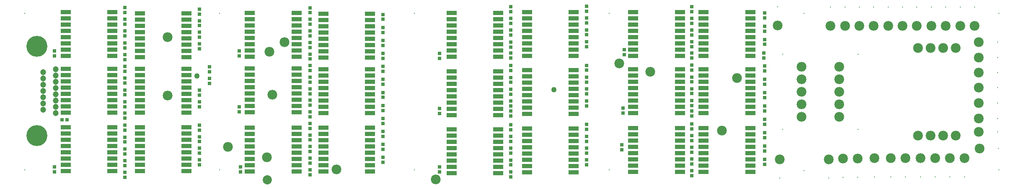
<source format=gbs>
G04*
G04 #@! TF.GenerationSoftware,Altium Limited,Altium Designer,24.2.2 (26)*
G04*
G04 Layer_Color=16711935*
%FSLAX25Y25*%
%MOIN*%
G70*
G04*
G04 #@! TF.SameCoordinates,259A4400-9820-475F-8ACA-24378C9DBAE9*
G04*
G04*
G04 #@! TF.FilePolarity,Negative*
G04*
G01*
G75*
%ADD68R,0.03162X0.02769*%
%ADD69R,0.02769X0.03162*%
%ADD102C,0.16686*%
%ADD103C,0.04737*%
%ADD104C,0.04300*%
%ADD105C,0.00800*%
%ADD106C,0.07800*%
%ADD107C,0.07300*%
%ADD126R,0.08379X0.03556*%
D68*
X29531Y40000D02*
D03*
X33468D02*
D03*
D69*
X588500Y125469D02*
D03*
Y121531D02*
D03*
X530500Y89531D02*
D03*
Y93468D02*
D03*
X588500Y104196D02*
D03*
Y100259D02*
D03*
X588000Y89531D02*
D03*
Y93468D02*
D03*
X530500Y98417D02*
D03*
Y102354D02*
D03*
X386500Y98246D02*
D03*
Y102183D02*
D03*
X530500Y130468D02*
D03*
Y126531D02*
D03*
X477000Y92032D02*
D03*
Y95969D02*
D03*
X530500Y111725D02*
D03*
Y107789D02*
D03*
X447000Y126831D02*
D03*
Y130768D02*
D03*
X386500Y89531D02*
D03*
Y93468D02*
D03*
X447000Y111868D02*
D03*
Y107931D02*
D03*
X447000Y98481D02*
D03*
Y102418D02*
D03*
X386500Y126532D02*
D03*
Y130468D02*
D03*
X330000Y89232D02*
D03*
Y93169D02*
D03*
X386500Y111611D02*
D03*
Y107674D02*
D03*
X588500Y82923D02*
D03*
Y78986D02*
D03*
X530500Y43031D02*
D03*
Y46968D02*
D03*
X588500Y61650D02*
D03*
Y57713D02*
D03*
X588500Y47077D02*
D03*
Y51014D02*
D03*
X530500Y79674D02*
D03*
Y83611D02*
D03*
X476000Y45531D02*
D03*
Y49468D02*
D03*
X530500Y60931D02*
D03*
Y64868D02*
D03*
Y51560D02*
D03*
Y55497D02*
D03*
X447000Y83518D02*
D03*
Y79581D02*
D03*
X386500Y43031D02*
D03*
Y46968D02*
D03*
X447000Y64618D02*
D03*
Y60681D02*
D03*
X447000Y51231D02*
D03*
Y55168D02*
D03*
X386500Y79389D02*
D03*
Y83326D02*
D03*
X330000Y45031D02*
D03*
Y48968D02*
D03*
X386500Y64468D02*
D03*
Y60532D02*
D03*
X386500Y51103D02*
D03*
Y55040D02*
D03*
X588500Y40378D02*
D03*
Y36441D02*
D03*
X530500Y-4669D02*
D03*
Y-732D02*
D03*
X588500Y19105D02*
D03*
Y15168D02*
D03*
X588500Y4532D02*
D03*
Y8468D02*
D03*
X530500Y36754D02*
D03*
Y32817D02*
D03*
X475000Y16032D02*
D03*
Y19969D02*
D03*
X530500Y18011D02*
D03*
Y14074D02*
D03*
X530500Y4702D02*
D03*
Y8639D02*
D03*
X447000Y32331D02*
D03*
Y36268D02*
D03*
X386500Y-5469D02*
D03*
Y-1531D02*
D03*
X447000Y17368D02*
D03*
Y13431D02*
D03*
X447000Y3981D02*
D03*
Y7918D02*
D03*
X386500Y36183D02*
D03*
Y32246D02*
D03*
X330000Y-1469D02*
D03*
Y2468D02*
D03*
X386500Y13389D02*
D03*
Y17326D02*
D03*
Y3960D02*
D03*
Y7897D02*
D03*
X285000Y120283D02*
D03*
Y124220D02*
D03*
X227000Y88625D02*
D03*
Y92562D02*
D03*
X285000Y103439D02*
D03*
Y99502D02*
D03*
X285000Y89111D02*
D03*
Y93048D02*
D03*
X227000Y125583D02*
D03*
Y129520D02*
D03*
Y107104D02*
D03*
Y111041D02*
D03*
Y97865D02*
D03*
Y101802D02*
D03*
X285000Y78720D02*
D03*
Y82657D02*
D03*
X227000Y42429D02*
D03*
Y46366D02*
D03*
X285000Y61875D02*
D03*
Y57938D02*
D03*
X285000Y47548D02*
D03*
Y51485D02*
D03*
X227000Y83323D02*
D03*
Y79386D02*
D03*
Y64845D02*
D03*
Y60907D02*
D03*
X227000Y51668D02*
D03*
Y55605D02*
D03*
X285000Y37157D02*
D03*
Y41094D02*
D03*
X227000Y-3768D02*
D03*
Y169D02*
D03*
X285000Y16375D02*
D03*
Y20312D02*
D03*
Y5984D02*
D03*
Y9921D02*
D03*
X227000Y37126D02*
D03*
Y33189D02*
D03*
X227000Y14711D02*
D03*
Y18648D02*
D03*
Y5472D02*
D03*
Y9409D02*
D03*
X588500Y110895D02*
D03*
Y114832D02*
D03*
X530500Y117160D02*
D03*
Y121097D02*
D03*
X447000Y117381D02*
D03*
Y121318D02*
D03*
X386500Y117103D02*
D03*
Y121040D02*
D03*
X588500Y68350D02*
D03*
Y72287D02*
D03*
X530500Y70302D02*
D03*
Y74240D02*
D03*
X447000Y70131D02*
D03*
Y74068D02*
D03*
X386500Y69960D02*
D03*
Y73897D02*
D03*
X588500Y25804D02*
D03*
Y29741D02*
D03*
X530500Y23445D02*
D03*
Y27382D02*
D03*
X447000Y22881D02*
D03*
Y26818D02*
D03*
X386500Y22817D02*
D03*
Y26754D02*
D03*
X285000Y109893D02*
D03*
Y113830D02*
D03*
X227000Y116343D02*
D03*
Y120280D02*
D03*
X285000Y68329D02*
D03*
Y72266D02*
D03*
X227000Y70147D02*
D03*
Y74084D02*
D03*
X285000Y26766D02*
D03*
Y30703D02*
D03*
X227000Y23950D02*
D03*
Y27887D02*
D03*
X79500Y22295D02*
D03*
Y26232D02*
D03*
Y31705D02*
D03*
Y35642D02*
D03*
X79500Y45469D02*
D03*
Y41532D02*
D03*
X139000Y17284D02*
D03*
Y13347D02*
D03*
X139000Y31883D02*
D03*
Y35820D02*
D03*
X170500Y50468D02*
D03*
Y46532D02*
D03*
X139000Y54356D02*
D03*
Y50419D02*
D03*
X139000Y59687D02*
D03*
Y63624D02*
D03*
X139000Y26552D02*
D03*
Y22615D02*
D03*
X79500Y59937D02*
D03*
Y63874D02*
D03*
X79500Y73285D02*
D03*
Y69348D02*
D03*
X23500Y94949D02*
D03*
Y91012D02*
D03*
X79500Y82695D02*
D03*
Y78758D02*
D03*
Y92106D02*
D03*
Y88169D02*
D03*
X147000Y72969D02*
D03*
Y69032D02*
D03*
X147000Y78531D02*
D03*
Y82468D02*
D03*
X170500Y94968D02*
D03*
Y91031D02*
D03*
X79500Y101516D02*
D03*
Y97579D02*
D03*
X79500Y106990D02*
D03*
Y110927D02*
D03*
X79500Y120337D02*
D03*
Y116400D02*
D03*
X79500Y125811D02*
D03*
Y129748D02*
D03*
X139000Y100696D02*
D03*
Y96759D02*
D03*
X139000Y106027D02*
D03*
Y109964D02*
D03*
X139000Y119232D02*
D03*
Y115295D02*
D03*
Y128500D02*
D03*
Y124563D02*
D03*
X79500Y54463D02*
D03*
Y50526D02*
D03*
Y-2000D02*
D03*
Y-5937D02*
D03*
X23500Y2449D02*
D03*
Y-1488D02*
D03*
X79500Y3474D02*
D03*
Y7411D02*
D03*
X79500Y16821D02*
D03*
Y12884D02*
D03*
X171500Y2468D02*
D03*
Y-1469D02*
D03*
X139000Y4079D02*
D03*
Y8016D02*
D03*
D102*
X9500Y27252D02*
D03*
Y98748D02*
D03*
D103*
X14500Y48000D02*
D03*
Y53000D02*
D03*
Y58000D02*
D03*
Y63000D02*
D03*
Y68000D02*
D03*
Y73000D02*
D03*
Y78000D02*
D03*
X24500Y45500D02*
D03*
Y50500D02*
D03*
Y55500D02*
D03*
Y60500D02*
D03*
Y65500D02*
D03*
Y70500D02*
D03*
Y75500D02*
D03*
Y80500D02*
D03*
D104*
X137000Y75000D02*
D03*
X421000Y64000D02*
D03*
D105*
X620000Y125000D02*
D03*
X465000D02*
D03*
X310000D02*
D03*
X155000D02*
D03*
X620000Y-500D02*
D03*
X465000Y0D02*
D03*
X310000D02*
D03*
X155000D02*
D03*
X603000Y32500D02*
D03*
Y92500D02*
D03*
X663000D02*
D03*
Y32500D02*
D03*
X774000Y102000D02*
D03*
Y89875D02*
D03*
X755500Y130000D02*
D03*
X732600D02*
D03*
X744050D02*
D03*
X774000Y65625D02*
D03*
Y77750D02*
D03*
X709700Y130000D02*
D03*
X639500Y-6500D02*
D03*
X651000Y-6000D02*
D03*
X600500Y-6500D02*
D03*
X662500Y-6000D02*
D03*
X676000Y-5500D02*
D03*
X774000Y41000D02*
D03*
Y53500D02*
D03*
X689000Y-5500D02*
D03*
X735750D02*
D03*
X700688D02*
D03*
X712375D02*
D03*
X724062D02*
D03*
X675350Y130000D02*
D03*
X686800D02*
D03*
X698250D02*
D03*
X721150D02*
D03*
X652450D02*
D03*
X641000D02*
D03*
X663900D02*
D03*
X599000Y130500D02*
D03*
X774000Y30500D02*
D03*
X774500Y17000D02*
D03*
X747437Y-5500D02*
D03*
X775000Y125000D02*
D03*
Y0D02*
D03*
X0Y125000D02*
D03*
Y0D02*
D03*
D106*
X113500Y106000D02*
D03*
Y59500D02*
D03*
X618000Y42500D02*
D03*
Y52500D02*
D03*
Y62500D02*
D03*
Y72500D02*
D03*
Y82500D02*
D03*
X648000D02*
D03*
Y72500D02*
D03*
Y62500D02*
D03*
Y52500D02*
D03*
Y42500D02*
D03*
X759000Y102000D02*
D03*
Y89875D02*
D03*
X755500Y115000D02*
D03*
X732600D02*
D03*
X744050D02*
D03*
X759000Y65625D02*
D03*
Y77750D02*
D03*
X327000Y-7500D02*
D03*
X161500Y18500D02*
D03*
X192500Y10000D02*
D03*
X566500Y73500D02*
D03*
X497500Y78500D02*
D03*
X554500Y31500D02*
D03*
X473000Y85000D02*
D03*
X206500Y102000D02*
D03*
X248000Y500D02*
D03*
X194500Y94500D02*
D03*
X197000Y60000D02*
D03*
X709700Y115000D02*
D03*
X639500Y8500D02*
D03*
X651000Y9000D02*
D03*
X600500Y8500D02*
D03*
X662500Y9000D02*
D03*
X676000Y9500D02*
D03*
X759000Y41000D02*
D03*
Y53500D02*
D03*
X689000Y9500D02*
D03*
X735750D02*
D03*
X700688D02*
D03*
X712375D02*
D03*
X724062D02*
D03*
X675350Y115000D02*
D03*
X686800D02*
D03*
X698250D02*
D03*
X721150D02*
D03*
X652450D02*
D03*
X641000D02*
D03*
X663900D02*
D03*
X599000Y115500D02*
D03*
X759000Y30500D02*
D03*
X759500Y17000D02*
D03*
X747437Y9500D02*
D03*
X740500Y97500D02*
D03*
X730500D02*
D03*
X720500D02*
D03*
X710500D02*
D03*
Y27500D02*
D03*
X720500D02*
D03*
X730500D02*
D03*
X740500D02*
D03*
D107*
X193000Y-8000D02*
D03*
D126*
X539949Y126000D02*
D03*
Y121000D02*
D03*
Y116000D02*
D03*
Y111000D02*
D03*
Y106000D02*
D03*
Y101000D02*
D03*
Y96000D02*
D03*
Y91000D02*
D03*
X577051D02*
D03*
Y96000D02*
D03*
Y101000D02*
D03*
Y106000D02*
D03*
Y111000D02*
D03*
Y116000D02*
D03*
Y121000D02*
D03*
Y126000D02*
D03*
X483949D02*
D03*
Y121000D02*
D03*
Y116000D02*
D03*
Y111000D02*
D03*
Y106000D02*
D03*
Y101000D02*
D03*
Y96000D02*
D03*
Y91000D02*
D03*
X521051D02*
D03*
Y96000D02*
D03*
Y101000D02*
D03*
Y106000D02*
D03*
Y111000D02*
D03*
Y116000D02*
D03*
Y121000D02*
D03*
Y126000D02*
D03*
X399449D02*
D03*
Y121000D02*
D03*
Y116000D02*
D03*
Y111000D02*
D03*
Y106000D02*
D03*
Y101000D02*
D03*
Y96000D02*
D03*
Y91000D02*
D03*
X436551D02*
D03*
Y96000D02*
D03*
Y101000D02*
D03*
Y106000D02*
D03*
Y111000D02*
D03*
Y116000D02*
D03*
Y121000D02*
D03*
Y126000D02*
D03*
X339449Y125500D02*
D03*
Y120500D02*
D03*
Y115500D02*
D03*
Y110500D02*
D03*
Y105500D02*
D03*
Y100500D02*
D03*
Y95500D02*
D03*
Y90500D02*
D03*
X376551D02*
D03*
Y95500D02*
D03*
Y100500D02*
D03*
Y105500D02*
D03*
Y110500D02*
D03*
Y115500D02*
D03*
Y120500D02*
D03*
Y125500D02*
D03*
X539949Y80252D02*
D03*
Y75252D02*
D03*
Y70252D02*
D03*
Y65252D02*
D03*
Y60252D02*
D03*
Y55252D02*
D03*
Y50252D02*
D03*
Y45252D02*
D03*
X577051D02*
D03*
Y50252D02*
D03*
Y55252D02*
D03*
Y60252D02*
D03*
Y65252D02*
D03*
Y70252D02*
D03*
Y75252D02*
D03*
Y80252D02*
D03*
X483949D02*
D03*
Y75252D02*
D03*
Y70252D02*
D03*
Y65252D02*
D03*
Y60252D02*
D03*
Y55252D02*
D03*
Y50252D02*
D03*
Y45252D02*
D03*
X521051D02*
D03*
Y50252D02*
D03*
Y55252D02*
D03*
Y60252D02*
D03*
Y65252D02*
D03*
Y70252D02*
D03*
Y75252D02*
D03*
Y80252D02*
D03*
X399449Y79752D02*
D03*
Y74752D02*
D03*
Y69752D02*
D03*
Y64752D02*
D03*
Y59752D02*
D03*
Y54752D02*
D03*
Y49752D02*
D03*
Y44752D02*
D03*
X436551D02*
D03*
Y49752D02*
D03*
Y54752D02*
D03*
Y59752D02*
D03*
Y64752D02*
D03*
Y69752D02*
D03*
Y74752D02*
D03*
Y79752D02*
D03*
X339449Y78752D02*
D03*
Y73752D02*
D03*
Y68752D02*
D03*
Y63752D02*
D03*
Y58752D02*
D03*
Y53752D02*
D03*
Y48752D02*
D03*
Y43752D02*
D03*
X376551D02*
D03*
Y48752D02*
D03*
Y53752D02*
D03*
Y58752D02*
D03*
Y63752D02*
D03*
Y68752D02*
D03*
Y73752D02*
D03*
Y78752D02*
D03*
X539949Y33500D02*
D03*
Y28500D02*
D03*
Y23500D02*
D03*
Y18500D02*
D03*
Y13500D02*
D03*
Y8500D02*
D03*
Y3500D02*
D03*
Y-1500D02*
D03*
X577051D02*
D03*
Y3500D02*
D03*
Y8500D02*
D03*
Y13500D02*
D03*
Y18500D02*
D03*
Y23500D02*
D03*
Y28500D02*
D03*
Y33500D02*
D03*
X483949D02*
D03*
Y28500D02*
D03*
Y23500D02*
D03*
Y18500D02*
D03*
Y13500D02*
D03*
Y8500D02*
D03*
Y3500D02*
D03*
Y-1500D02*
D03*
X521051D02*
D03*
Y3500D02*
D03*
Y8500D02*
D03*
Y13500D02*
D03*
Y18500D02*
D03*
Y23500D02*
D03*
Y28500D02*
D03*
Y33500D02*
D03*
X399449Y33000D02*
D03*
Y28000D02*
D03*
Y23000D02*
D03*
Y18000D02*
D03*
Y13000D02*
D03*
Y8000D02*
D03*
Y3000D02*
D03*
Y-2000D02*
D03*
X436551D02*
D03*
Y3000D02*
D03*
Y8000D02*
D03*
Y13000D02*
D03*
Y18000D02*
D03*
Y23000D02*
D03*
Y28000D02*
D03*
Y33000D02*
D03*
X339449Y32500D02*
D03*
Y27500D02*
D03*
Y22500D02*
D03*
Y17500D02*
D03*
Y12500D02*
D03*
Y7500D02*
D03*
Y2500D02*
D03*
Y-2500D02*
D03*
X376551D02*
D03*
Y2500D02*
D03*
Y7500D02*
D03*
Y12500D02*
D03*
Y17500D02*
D03*
Y22500D02*
D03*
Y27500D02*
D03*
Y32500D02*
D03*
X237449Y124752D02*
D03*
Y119752D02*
D03*
Y114752D02*
D03*
Y109752D02*
D03*
Y104752D02*
D03*
Y99752D02*
D03*
Y94752D02*
D03*
Y89752D02*
D03*
X274551D02*
D03*
Y94752D02*
D03*
Y99752D02*
D03*
Y104752D02*
D03*
Y109752D02*
D03*
Y114752D02*
D03*
Y119752D02*
D03*
Y124752D02*
D03*
X178949Y125252D02*
D03*
Y120252D02*
D03*
Y115252D02*
D03*
Y110252D02*
D03*
Y105252D02*
D03*
Y100252D02*
D03*
Y95252D02*
D03*
Y90252D02*
D03*
X216051D02*
D03*
Y95252D02*
D03*
Y100252D02*
D03*
Y105252D02*
D03*
Y110252D02*
D03*
Y115252D02*
D03*
Y120252D02*
D03*
Y125252D02*
D03*
X237449Y80500D02*
D03*
Y75500D02*
D03*
Y70500D02*
D03*
Y65500D02*
D03*
Y60500D02*
D03*
Y55500D02*
D03*
Y50500D02*
D03*
Y45500D02*
D03*
X274551D02*
D03*
Y50500D02*
D03*
Y55500D02*
D03*
Y60500D02*
D03*
Y65500D02*
D03*
Y70500D02*
D03*
Y75500D02*
D03*
Y80500D02*
D03*
X178949Y81000D02*
D03*
Y76000D02*
D03*
Y71000D02*
D03*
Y66000D02*
D03*
Y61000D02*
D03*
Y56000D02*
D03*
Y51000D02*
D03*
Y46000D02*
D03*
X216051D02*
D03*
Y51000D02*
D03*
Y56000D02*
D03*
Y61000D02*
D03*
Y66000D02*
D03*
Y71000D02*
D03*
Y76000D02*
D03*
Y81000D02*
D03*
X237449Y33752D02*
D03*
Y28752D02*
D03*
Y23752D02*
D03*
Y18752D02*
D03*
Y13752D02*
D03*
Y8752D02*
D03*
Y3752D02*
D03*
Y-1248D02*
D03*
X274551D02*
D03*
Y3752D02*
D03*
Y8752D02*
D03*
Y13752D02*
D03*
Y18752D02*
D03*
Y23752D02*
D03*
Y28752D02*
D03*
Y33752D02*
D03*
X178949D02*
D03*
Y28752D02*
D03*
Y23752D02*
D03*
Y18752D02*
D03*
Y13752D02*
D03*
Y8752D02*
D03*
Y3752D02*
D03*
Y-1248D02*
D03*
X216051D02*
D03*
Y3752D02*
D03*
Y8752D02*
D03*
Y13752D02*
D03*
Y18752D02*
D03*
Y23752D02*
D03*
Y28752D02*
D03*
Y33752D02*
D03*
X128551Y80779D02*
D03*
Y75779D02*
D03*
Y70780D02*
D03*
Y65780D02*
D03*
Y60780D02*
D03*
Y55779D02*
D03*
Y50779D02*
D03*
Y45779D02*
D03*
X91449D02*
D03*
Y50779D02*
D03*
Y55779D02*
D03*
Y60780D02*
D03*
Y65780D02*
D03*
Y70780D02*
D03*
Y75779D02*
D03*
Y80779D02*
D03*
X32449D02*
D03*
Y75779D02*
D03*
Y70780D02*
D03*
Y65780D02*
D03*
Y60780D02*
D03*
Y55779D02*
D03*
Y50779D02*
D03*
Y45779D02*
D03*
X69551D02*
D03*
Y50779D02*
D03*
Y55779D02*
D03*
Y60780D02*
D03*
Y65780D02*
D03*
Y70780D02*
D03*
Y75779D02*
D03*
Y80779D02*
D03*
Y126031D02*
D03*
Y121031D02*
D03*
Y116032D02*
D03*
Y111031D02*
D03*
Y106032D02*
D03*
Y101031D02*
D03*
Y96031D02*
D03*
Y91031D02*
D03*
X32449D02*
D03*
Y96031D02*
D03*
Y101031D02*
D03*
Y106032D02*
D03*
Y111031D02*
D03*
Y116032D02*
D03*
Y121031D02*
D03*
Y126031D02*
D03*
X128551Y125031D02*
D03*
Y120031D02*
D03*
Y115032D02*
D03*
Y110031D02*
D03*
Y105032D02*
D03*
Y100031D02*
D03*
Y95031D02*
D03*
Y90031D02*
D03*
X91449D02*
D03*
Y95031D02*
D03*
Y100031D02*
D03*
Y105032D02*
D03*
Y110031D02*
D03*
Y115032D02*
D03*
Y120031D02*
D03*
Y125031D02*
D03*
X69551Y34032D02*
D03*
Y29032D02*
D03*
Y24032D02*
D03*
Y19031D02*
D03*
Y14031D02*
D03*
Y9031D02*
D03*
Y4031D02*
D03*
Y-969D02*
D03*
X32449D02*
D03*
Y4031D02*
D03*
Y9031D02*
D03*
Y14031D02*
D03*
Y19031D02*
D03*
Y24032D02*
D03*
Y29032D02*
D03*
Y34032D02*
D03*
X128551D02*
D03*
Y29032D02*
D03*
Y24032D02*
D03*
Y19031D02*
D03*
Y14031D02*
D03*
Y9031D02*
D03*
Y4031D02*
D03*
Y-969D02*
D03*
X91449D02*
D03*
Y4031D02*
D03*
Y9031D02*
D03*
Y14031D02*
D03*
Y19031D02*
D03*
Y24032D02*
D03*
Y29032D02*
D03*
Y34032D02*
D03*
M02*

</source>
